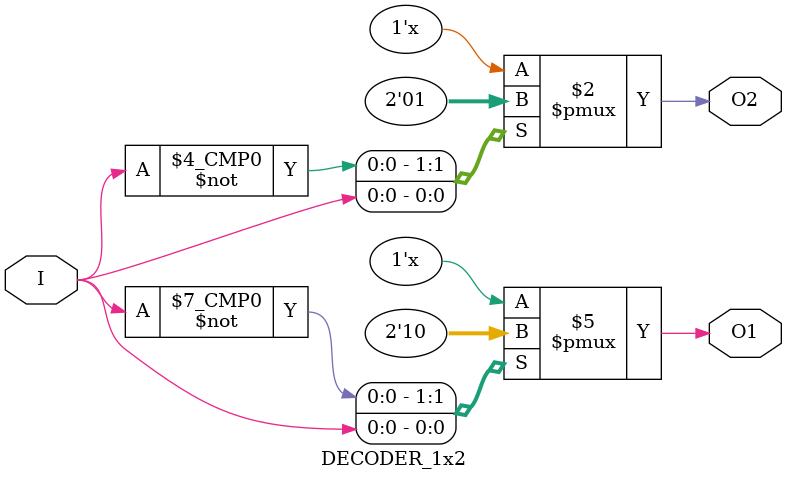
<source format=v>
`timescale 1ns / 1ps

// Author      : Venu Pabbuleti 
// ID          : N180116
//Branch       : ECE
//Project Name : RTL design using Verilog
//Design  Name : 3 TO 8 DECODER USING 1 TO 2 DECODER AND 2 TO 4 DECODER
//Module  Name : 1 TO 2 DECODER DESIGN MODULE
//RGUKT NUZVID 
//////////////////////////////////////////////////////////////////////////////////


module DECODER_1x2(I,O1,O2);
input I;
output reg O1,O2;

always@(I) begin
case(I)
1'b0    :   begin O1=1'b1;O2=1'b0; end
1'b1    :   begin O1=1'b0;O2=1'b1; end
default :   begin O1=1'bx;O2=1'bx; end
endcase
end 

endmodule

</source>
